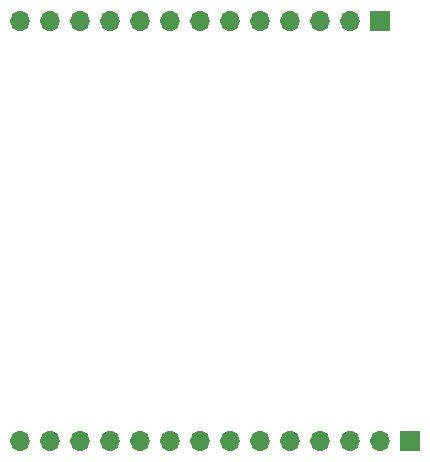
<source format=gbr>
%TF.GenerationSoftware,KiCad,Pcbnew,(5.1.10-1-10_14)*%
%TF.CreationDate,2021-12-17T22:03:29-05:00*%
%TF.ProjectId,Flags Register,466c6167-7320-4526-9567-69737465722e,rev?*%
%TF.SameCoordinates,Original*%
%TF.FileFunction,Soldermask,Bot*%
%TF.FilePolarity,Negative*%
%FSLAX46Y46*%
G04 Gerber Fmt 4.6, Leading zero omitted, Abs format (unit mm)*
G04 Created by KiCad (PCBNEW (5.1.10-1-10_14)) date 2021-12-17 22:03:29*
%MOMM*%
%LPD*%
G01*
G04 APERTURE LIST*
%ADD10O,1.700000X1.700000*%
%ADD11R,1.700000X1.700000*%
G04 APERTURE END LIST*
D10*
%TO.C,J1*%
X53086000Y-84328000D03*
X55626000Y-84328000D03*
X58166000Y-84328000D03*
X60706000Y-84328000D03*
X63246000Y-84328000D03*
X65786000Y-84328000D03*
X68326000Y-84328000D03*
X70866000Y-84328000D03*
X73406000Y-84328000D03*
X75946000Y-84328000D03*
X78486000Y-84328000D03*
X81026000Y-84328000D03*
D11*
X83566000Y-84328000D03*
%TD*%
D10*
%TO.C,J2*%
X53086000Y-119888000D03*
X55626000Y-119888000D03*
X58166000Y-119888000D03*
X60706000Y-119888000D03*
X63246000Y-119888000D03*
X65786000Y-119888000D03*
X68326000Y-119888000D03*
X70866000Y-119888000D03*
X73406000Y-119888000D03*
X75946000Y-119888000D03*
X78486000Y-119888000D03*
X81026000Y-119888000D03*
X83566000Y-119888000D03*
D11*
X86106000Y-119888000D03*
%TD*%
M02*

</source>
